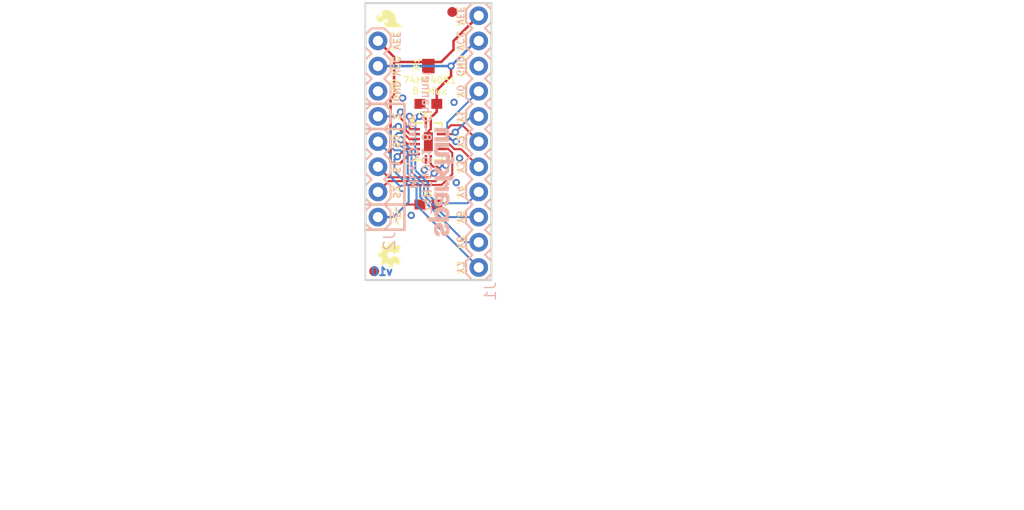
<source format=kicad_pcb>
(kicad_pcb (version 20211014) (generator pcbnew)
  (layers (0 "F.Cu" signal) (31 "B.Cu" signal) (34 "B.Paste" user) (35 "F.Paste" user) (36 "B.SilkS" user "B.Silkscreen") (37 "F.SilkS" user "F.Silkscreen") (38 "B.Mask" user) (39 "F.Mask" user) (44 "Edge.Cuts" user))
  (net 0 "")
  (net 1 "VCC")
  (net 2 "GND")
  (net 3 "Z")
  (net 4 "Y7")
  (net 5 "Y6")
  (net 6 "Y5")
  (net 7 "Y4")
  (net 8 "Y3")
  (net 9 "Y2")
  (net 10 "Y1")
  (net 11 "Y0")
  (net 12 "VEE")
  (net 13 "~{E}")
  (net 14 "S2")
  (net 15 "S0")
  (net 16 "S1")
  (footprint "boardEagle:STAND-OFF" (layer "F.Cu") (at 148.5011 116.4336)
    (fp_text reference "H2" hide)
    (fp_text value "STAND-OFF" hide)
    (pad "" np_thru_hole circle (at 0 0) (size 3.302 3.302) (drill 3.302) (layers *.Cu *.Mask))
  )
  (footprint "boardEagle:DHVQFN-16-2.5X3.5MM" (layer "F.Cu") (at 148.5011 105.0036 -90)
    (fp_text reference "U1" (at -2.413 0) (layer "F.SilkS") (effects (font (size 0.51816 0.51816) (thickness 0.09144)) (justify bottom)))
    (fp_text value "")
    (pad "1" smd rect (at -1.8 0.25 270) (size 0.9 0.24) (layers "F.Cu" "F.Mask") (net 7 "Y4"))
    (pad "2" smd rect (at -1.25 1.3) (size 0.9 0.24) (layers "F.Cu" "F.Mask") (net 5 "Y6"))
    (pad "3" smd rect (at -0.75 1.3) (size 0.9 0.24) (layers "F.Cu" "F.Mask") (net 3 "Z"))
    (pad "4" smd rect (at -0.25 1.3) (size 0.9 0.24) (layers "F.Cu" "F.Mask") (net 4 "Y7"))
    (pad "5" smd rect (at 0.25 1.3) (size 0.9 0.24) (layers "F.Cu" "F.Mask") (net 6 "Y5"))
    (pad "6" smd rect (at 0.75 1.3) (size 0.9 0.24) (layers "F.Cu" "F.Mask") (net 13 "~{E}"))
    (pad "7" smd rect (at 1.25 1.3) (size 0.9 0.24) (layers "F.Cu" "F.Mask") (net 12 "VEE"))
    (pad "8" smd rect (at 1.8 0.25 90) (size 0.9 0.24) (layers "F.Cu" "F.Mask") (net 2 "GND"))
    (pad "9" smd rect (at 1.8 -0.25 90) (size 0.9 0.24) (layers "F.Cu" "F.Mask") (net 14 "S2"))
    (pad "10" smd rect (at 1.25 -1.3 180) (size 0.9 0.24) (layers "F.Cu" "F.Mask") (net 16 "S1"))
    (pad "11" smd rect (at 0.75 -1.3 180) (size 0.9 0.24) (layers "F.Cu" "F.Mask") (net 15 "S0"))
    (pad "12" smd rect (at 0.25 -1.3 180) (size 0.9 0.24) (layers "F.Cu" "F.Mask") (net 8 "Y3"))
    (pad "13" smd rect (at -0.25 -1.3 180) (size 0.9 0.24) (layers "F.Cu" "F.Mask") (net 11 "Y0"))
    (pad "14" smd rect (at -0.75 -1.3 180) (size 0.9 0.24) (layers "F.Cu" "F.Mask") (net 10 "Y1"))
    (pad "15" smd rect (at -1.25 -1.3 180) (size 0.9 0.24) (layers "F.Cu" "F.Mask") (net 9 "Y2"))
    (pad "16" smd rect (at -1.8 -0.25 270) (size 0.9 0.24) (layers "F.Cu" "F.Mask") (net 1 "VCC"))
    (pad "EP" smd rect (at 0 0 270) (size 1.9 0.9) (layers "F.Cu" "F.Mask") (net 1 "VCC"))
  )
  (footprint "boardEagle:0603" (layer "F.Cu") (at 148.5011 111.3536)
    (fp_text reference "R1" (at 0 -0.762) (layer "F.SilkS") (effects (font (size 0.48768 0.48768) (thickness 0.12192)) (justify bottom)))
    (fp_text value "10k")
    (pad "1" smd rect (at -0.85 0) (size 1.1 1) (layers "F.Cu" "F.Paste" "F.Mask") (net 13 "~{E}"))
    (pad "2" smd rect (at 0.85 0) (size 1.1 1) (layers "F.Cu" "F.Paste" "F.Mask") (net 2 "GND"))
  )
  (footprint "boardEagle:FIDUCIAL-1X2" (layer "F.Cu") (at 143.0401 118.0846)
    (fp_text reference "FD1" hide)
    (fp_text value "FIDUCIAL1X2" hide)
    (pad "1" smd roundrect (at 0 0) (size 1 1) (layers "F.Cu" "F.Mask") (roundrect_rratio 0.5))
  )
  (footprint "boardEagle:0603" (layer "F.Cu") (at 148.5011 101.1936 180)
    (fp_text reference "C1" (at 0 -0.762 180) (layer "F.SilkS") (effects (font (size 0.48768 0.48768) (thickness 0.12192)) (justify right top)))
    (fp_text value "0.1uF")
    (pad "1" smd rect (at -0.85 0 180) (size 1.1 1) (layers "F.Cu" "F.Paste" "F.Mask") (net 1 "VCC"))
    (pad "2" smd rect (at 0.85 0 180) (size 1.1 1) (layers "F.Cu" "F.Paste" "F.Mask") (net 2 "GND"))
  )
  (footprint "boardEagle:SFE_LOGO_FLAME_.1" (layer "F.Cu") (at 146.1897 93.7514 90)
    (fp_text reference "LOGO1" hide)
    (fp_text value "SFE_LOGO_FLAME.1_INCH" hide)
  )
  (footprint "boardEagle:STAND-OFF" (layer "F.Cu") (at 148.5011 93.5736)
    (fp_text reference "H1" hide)
    (fp_text value "STAND-OFF" hide)
    (pad "" np_thru_hole circle (at 0 0) (size 3.302 3.302) (drill 3.302) (layers *.Cu *.Mask))
  )
  (footprint "boardEagle:CREATIVE_COMMONS" (layer "F.Cu") (at 125.6411 141.8336)
    (fp_text reference "FRAME1" hide)
    (fp_text value "FRAME-LETTER" hide)
  )
  (footprint "boardEagle:FIDUCIAL-1X2" (layer "F.Cu") (at 150.9141 91.9226)
    (fp_text reference "FD2" hide)
    (fp_text value "FIDUCIAL1X2" hide)
    (pad "1" smd roundrect (at 0 0) (size 1 1) (layers "F.Cu" "F.Mask") (roundrect_rratio 0.5))
  )
  (footprint "boardEagle:OSHW-LOGO-MINI" (layer "F.Cu") (at 144.6911 116.4336 90)
    (fp_text reference "LOGO2" hide)
    (fp_text value "OSHW-LOGOMINI" hide)
  )
  (footprint "boardEagle:PAD-JUMPER-2-NC_BY_PASTE_NO_SILK" (layer "F.Cu") (at 148.5011 97.3836 90)
    (fp_text reference "JP1" (at -0.9525 -1.27 90) (layer "F.SilkS") (effects (font (size 0.373888 0.373888) (thickness 0.032512)) (justify left bottom)))
    (fp_text value "VEE-GND")
    (pad "1" smd rect (at -0.4009 0 270) (size 0.635 1.27) (layers "F.Cu" "F.Mask") (net 2 "GND"))
    (pad "2" smd rect (at 0.4127 0 90) (size 0.635 1.27) (layers "F.Cu" "F.Mask") (net 12 "VEE"))
  )
  (footprint "boardEagle:SFE_LOGO_NAME_.1" (layer "B.Cu") (at 147.8026 115.0366 90)
    (fp_text reference "LOGO3" hide)
    (fp_text value "SFE_LOGO_NAME.1_INCH" hide)
  )
  (footprint "boardEagle:1X08_ROUND" (layer "B.Cu") (at 143.4211 112.6236 90)
    (fp_text reference "J2" (at -1.3462 1.8288 270) (layer "B.SilkS") (effects (font (size 1.143 1.143) (thickness 0.127)) (justify left bottom mirror)))
    (fp_text value "")
    (pad "1" thru_hole circle (at 0 0) (size 1.8796 1.8796) (drill 1.016) (layers *.Cu *.Mask) (net 13 "~{E}"))
    (pad "2" thru_hole circle (at 2.54 0) (size 1.8796 1.8796) (drill 1.016) (layers *.Cu *.Mask) (net 14 "S2"))
    (pad "3" thru_hole circle (at 5.08 0) (size 1.8796 1.8796) (drill 1.016) (layers *.Cu *.Mask) (net 16 "S1"))
    (pad "4" thru_hole circle (at 7.62 0) (size 1.8796 1.8796) (drill 1.016) (layers *.Cu *.Mask) (net 15 "S0"))
    (pad "5" thru_hole circle (at 10.16 0) (size 1.8796 1.8796) (drill 1.016) (layers *.Cu *.Mask) (net 3 "Z"))
    (pad "6" thru_hole circle (at 12.7 0) (size 1.8796 1.8796) (drill 1.016) (layers *.Cu *.Mask) (net 2 "GND"))
    (pad "7" thru_hole circle (at 15.24 0) (size 1.8796 1.8796) (drill 1.016) (layers *.Cu *.Mask) (net 1 "VCC"))
    (pad "8" thru_hole circle (at 17.78 0) (size 1.8796 1.8796) (drill 1.016) (layers *.Cu *.Mask) (net 12 "VEE"))
  )
  (footprint "boardEagle:1X11" (layer "B.Cu") (at 153.5811 117.7036 90)
    (fp_text reference "J1" (at -1.3462 1.8288 270) (layer "B.SilkS") (effects (font (size 1.143 1.143) (thickness 0.127)) (justify left bottom mirror)))
    (fp_text value "")
    (pad "1" thru_hole circle (at 0 0) (size 1.8796 1.8796) (drill 1.016) (layers *.Cu *.Mask) (net 4 "Y7"))
    (pad "2" thru_hole circle (at 2.54 0) (size 1.8796 1.8796) (drill 1.016) (layers *.Cu *.Mask) (net 5 "Y6"))
    (pad "3" thru_hole circle (at 5.08 0) (size 1.8796 1.8796) (drill 1.016) (layers *.Cu *.Mask) (net 6 "Y5"))
    (pad "4" thru_hole circle (at 7.62 0) (size 1.8796 1.8796) (drill 1.016) (layers *.Cu *.Mask) (net 7 "Y4"))
    (pad "5" thru_hole circle (at 10.16 0) (size 1.8796 1.8796) (drill 1.016) (layers *.Cu *.Mask) (net 8 "Y3"))
    (pad "6" thru_hole circle (at 12.7 0) (size 1.8796 1.8796) (drill 1.016) (layers *.Cu *.Mask) (net 9 "Y2"))
    (pad "7" thru_hole circle (at 15.24 0) (size 1.8796 1.8796) (drill 1.016) (layers *.Cu *.Mask) (net 10 "Y1"))
    (pad "8" thru_hole circle (at 17.78 0) (size 1.8796 1.8796) (drill 1.016) (layers *.Cu *.Mask) (net 11 "Y0"))
    (pad "9" thru_hole circle (at 20.32 0) (size 1.8796 1.8796) (drill 1.016) (layers *.Cu *.Mask) (net 2 "GND"))
    (pad "10" thru_hole circle (at 22.86 0) (size 1.8796 1.8796) (drill 1.016) (layers *.Cu *.Mask) (net 1 "VCC"))
    (pad "11" thru_hole circle (at 25.4 0) (size 1.8796 1.8796) (drill 1.016) (layers *.Cu *.Mask) (net 12 "VEE"))
  )
  (gr_line (start 146.0881 113.8936) (end 142.1511 113.8936) (layer "B.SilkS") (width 0.254))
  (gr_line (start 146.0881 103.7336) (end 142.1511 103.7336) (layer "B.SilkS") (width 0.254))
  (gr_line (start 146.0881 101.1936) (end 146.0881 103.7336) (layer "B.SilkS") (width 0.254))
  (gr_line (start 146.0881 113.8936) (end 146.0881 111.3536) (layer "B.SilkS") (width 0.254))
  (gr_line (start 146.0881 103.7336) (end 146.0881 111.3536) (layer "B.SilkS") (width 0.254))
  (gr_line (start 142.1511 101.1936) (end 146.0881 101.1936) (layer "B.SilkS") (width 0.254))
  (gr_line (start 142.1511 111.3536) (end 146.0881 111.3536) (layer "B.SilkS") (width 0.254))
  (gr_line (start 146.0881 101.1936) (end 146.0881 103.7336) (layer "F.SilkS") (width 0.254))
  (gr_line (start 146.0881 111.3536) (end 142.1511 111.3536) (layer "F.SilkS") (width 0.254))
  (gr_line (start 142.1511 113.8936) (end 146.0881 113.8936) (layer "F.SilkS") (width 0.254))
  (gr_line (start 142.1511 101.1936) (end 146.0881 101.1936) (layer "F.SilkS") (width 0.254))
  (gr_line (start 142.1511 103.7336) (end 146.0881 103.7336) (layer "F.SilkS") (width 0.254))
  (gr_line (start 146.0881 113.8936) (end 146.0881 111.3536) (layer "F.SilkS") (width 0.254))
  (gr_line (start 146.0881 103.7336) (end 146.0881 111.3536) (layer "F.SilkS") (width 0.254))
  (gr_line (start 142.1511 91.0336) (end 142.1511 118.9736) (layer "Edge.Cuts") (width 0.2032))
  (gr_line (start 154.8511 118.9736) (end 154.8511 91.0336) (layer "Edge.Cuts") (width 0.2032))
  (gr_line (start 154.8511 91.0336) (end 142.1511 91.0336) (layer "Edge.Cuts") (width 0.2032))
  (gr_line (start 142.1511 118.9736) (end 154.8511 118.9736) (layer "Edge.Cuts") (width 0.2032))
  (gr_text "v10" (at 143.8021 118.5926) (layer "B.Cu") (effects (font (size 0.8128 0.8128) (thickness 0.2032)) (justify bottom mirror)))
  (gr_text "S2" (at 144.8816 110.0836 -90) (layer "B.SilkS") (effects (font (size 0.69088 0.69088) (thickness 0.12192)) (justify bottom mirror)))
  (gr_text "Y2" (at 152.1206 105.0036 -90) (layer "B.SilkS") (effects (font (size 0.69088 0.69088) (thickness 0.12192)) (justify top mirror)))
  (gr_text "Mux/Demux" (at 147.4851 109.8931 -90) (layer "B.SilkS") (effects (font (size 0.8636 0.8636) (thickness 0.1524)) (justify left top mirror)))
  (gr_text "Y0" (at 152.1206 99.9236 -90) (layer "B.SilkS") (effects (font (size 0.69088 0.69088) (thickness 0.12192)) (justify top mirror)))
  (gr_text "GND" (at 152.1206 97.3836 -90) (layer "B.SilkS") (effects (font (size 0.69088 0.69088) (thickness 0.12192)) (justify top mirror)))
  (gr_text "Y1" (at 152.1206 102.4636 -90) (layer "B.SilkS") (effects (font (size 0.69088 0.69088) (thickness 0.12192)) (justify top mirror)))
  (gr_text "74HC4051 8-Channel" (at 148.8186 112.4331 -90) (layer "B.SilkS") (effects (font (size 0.8636 0.8636) (thickness 0.1524)) (justify left top mirror)))
  (gr_text "Z" (at 144.8816 102.4636 -90) (layer "B.SilkS") (effects (font (size 0.69088 0.69088) (thickness 0.12192)) (justify bottom mirror)))
  (gr_text "GND" (at 144.8816 99.9236 -90) (layer "B.SilkS") (effects (font (size 0.69088 0.69088) (thickness 0.12192)) (justify bottom mirror)))
  (gr_text "Y5" (at 152.1206 112.6236 -90) (layer "B.SilkS") (effects (font (size 0.69088 0.69088) (thickness 0.12192)) (justify top mirror)))
  (gr_text "Y7" (at 152.1206 117.7036 -90) (layer "B.SilkS") (effects (font (size 0.69088 0.69088) (thickness 0.12192)) (justify top mirror)))
  (gr_text "VCC" (at 152.1206 94.8436 -90) (layer "B.SilkS") (effects (font (size 0.69088 0.69088) (thickness 0.12192)) (justify top mirror)))
  (gr_text "Y6" (at 152.1206 115.1636 -90) (layer "B.SilkS") (effects (font (size 0.69088 0.69088) (thickness 0.12192)) (justify top mirror)))
  (gr_text "S0" (at 144.8816 105.0036 -90) (layer "B.SilkS") (effects (font (size 0.69088 0.69088) (thickness 0.12192)) (justify bottom mirror)))
  (gr_text "VEE" (at 144.8816 94.8436 -90) (layer "B.SilkS") (effects (font (size 0.69088 0.69088) (thickness 0.12192)) (justify bottom mirror)))
  (gr_text "VCC" (at 144.8816 97.3836 -90) (layer "B.SilkS") (effects (font (size 0.69088 0.69088) (thickness 0.12192)) (justify bottom mirror)))
  (gr_text "Y3" (at 152.1206 107.5436 -90) (layer "B.SilkS") (effects (font (size 0.69088 0.69088) (thickness 0.12192)) (justify top mirror)))
  (gr_text "~E~" (at 144.8816 112.3696 -90) (layer "B.SilkS") (effects (font (size 0.69088 0.69088) (thickness 0.12192)) (justify bottom mirror)))
  (gr_text "S1" (at 144.8816 107.5436 -90) (layer "B.SilkS") (effects (font (size 0.69088 0.69088) (thickness 0.12192)) (justify bottom mirror)))
  (gr_text "Y4" (at 152.1206 110.0836 -90) (layer "B.SilkS") (effects (font (size 0.69088 0.69088) (thickness 0.12192)) (justify top mirror)))
  (gr_text "VEE" (at 152.1206 92.3036 -90) (layer "B.SilkS") (effects (font (size 0.69088 0.69088) (thickness 0.12192)) (justify top mirror)))
  (gr_text "Y1" (at 152.3111 102.4636 90) (layer "F.SilkS") (effects (font (size 0.75565 0.75565) (thickness 0.13335)) (justify bottom)))
  (gr_text "JP1" (at 147.6121 97.2566 90) (layer "F.SilkS") (effects (font (size 0.48768 0.48768) (thickness 0.12192)) (justify bottom)))
  (gr_text "Y6" (at 152.3111 115.1636 90) (layer "F.SilkS") (effects (font (size 0.75565 0.75565) (thickness 0.13335)) (justify bottom)))
  (gr_text "Y4" (at 152.3111 110.0836 90) (layer "F.SilkS") (effects (font (size 0.75565 0.75565) (thickness 0.13335)) (justify bottom)))
  (gr_text "S2" (at 144.6911 110.0836 90) (layer "F.SilkS") (effects (font (size 0.75565 0.75565) (thickness 0.13335)) (justify top)))
  (gr_text "Y2" (at 152.3111 105.0036 90) (layer "F.SilkS") (effects (font (size 0.75565 0.75565) (thickness 0.13335)) (justify bottom)))
  (gr_text "~E~" (at 144.9451 112.6236 90) (layer "F.SilkS") (effects (font (size 0.75565 0.75565) (thickness 0.13335)) (justify top)))
  (gr_text "GND" (at 144.6911 99.7966 90) (layer "F.SilkS") (effects (font (size 0.75565 0.75565) (thickness 0.13335)) (justify top)))
  (gr_text "VEE" (at 152.3111 92.3036 90) (layer "F.SilkS") (effects (font (size 0.75565 0.75565) (thickness 0.13335)) (justify bottom)))
  (gr_text "Y0" (at 152.3111 99.9236 90) (layer "F.SilkS") (effects (font (size 0.75565 0.75565) (thickness 0.13335)) (justify bottom)))
  (gr_text "VCC" (at 144.6911 97.3836 90) (layer "F.SilkS") (effects (font (size 0.75565 0.75565) (thickness 0.13335)) (justify top)))
  (gr_text "VCC" (at 152.3111 94.8436 90) (layer "F.SilkS") (effects (font (size 0.75565 0.75565) (thickness 0.13335)) (justify bottom)))
  (gr_text "GND" (at 152.3111 97.3836 90) (layer "F.SilkS") (effects (font (size 0.75565 0.75565) (thickness 0.13335)) (justify bottom)))
  (gr_text "VEE" (at 144.6911 94.8436 90) (layer "F.SilkS") (effects (font (size 0.75565 0.75565) (thickness 0.13335)) (justify top)))
  (gr_text "Y7" (at 152.3111 117.7036 90) (layer "F.SilkS") (effects (font (size 0.75565 0.75565) (thickness 0.13335)) (justify bottom)))
  (gr_text "S0" (at 144.6911 105.0036 90) (layer "F.SilkS") (effects (font (size 0.75565 0.75565) (thickness 0.13335)) (justify top)))
  (gr_text "S1" (at 144.6911 107.5436 90) (layer "F.SilkS") (effects (font (size 0.75565 0.75565) (thickness 0.13335)) (justify top)))
  (gr_text "Y5" (at 152.3111 112.6236 90) (layer "F.SilkS") (effects (font (size 0.75565 0.75565) (thickness 0.13335)) (justify bottom)))
  (gr_text "Y3" (at 152.3111 107.5436 90) (layer "F.SilkS") (effects (font (size 0.75565 0.75565) (thickness 0.13335)) (justify bottom)))
  (gr_text "Z" (at 144.6911 102.4636 90) (layer "F.SilkS") (effects (font (size 0.75565 0.75565) (thickness 0.13335)) (justify top)))
  (gr_text "74HC4051\n8-Mux" (at 148.6281 98.3996) (layer "F.SilkS") (effects (font (size 0.69088 0.69088) (thickness 0.12192)) (justify top)))
  (segment (start 148.7551 103.7336) (end 148.7551 103.2076) (width 0.2286) (layer "F.Cu") (net 1))
  (segment (start 149.3511 101.1936) (end 149.3511 99.8356) (width 0.254) (layer "F.Cu") (net 1))
  (segment (start 150.7871 98.3996) (end 149.3511 99.8356) (width 0.254) (layer "F.Cu") (net 1))
  (segment (start 148.7551 103.2076) (end 148.7511 103.2036) (width 0.2032) (layer "F.Cu") (net 1))
  (segment (start 149.3511 101.9906) (end 149.3511 101.1936) (width 0.254) (layer "F.Cu") (net 1))
  (segment (start 148.5011 103.9876) (end 148.7551 103.7336) (width 0.2286) (layer "F.Cu") (net 1))
  (segment (start 150.7871 97.3836) (end 150.7871 98.3996) (width 0.254) (layer "F.Cu") (net 1))
  (segment (start 148.7511 103.2036) (end 148.7511 102.5906) (width 0.2286) (layer "F.Cu") (net 1))
  (segment (start 148.7511 102.5906) (end 149.3511 101.9906) (width 0.254) (layer "F.Cu") (net 1))
  (segment (start 148.5011 105.0036) (end 148.5011 103.9876) (width 0.2286) (layer "F.Cu") (net 1))
  (via (at 150.7871 97.3836) (size 0.7366) (drill 0.381) (layers "F.Cu" "B.Cu") (net 1))
  (segment (start 153.3271 94.8436) (end 150.7871 97.3836) (width 0.254) (layer "B.Cu") (net 1))
  (segment (start 153.3271 94.8436) (end 153.5811 94.8436) (width 0.254) (layer "B.Cu") (net 1))
  (segment (start 143.4211 97.3836) (end 150.7871 97.3836) (width 0.254) (layer "B.Cu") (net 1))
  (via (at 151.0919 101.0412) (size 0.7366) (drill 0.381) (layers "F.Cu" "B.Cu") (net 2))
  (via (at 151.6507 106.68) (size 0.7366) (drill 0.381) (layers "F.Cu" "B.Cu") (net 2))
  (via (at 146.7739 112.4458) (size 0.7366) (drill 0.381) (layers "F.Cu" "B.Cu") (net 2))
  (via (at 148.0947 107.8738) (size 0.7366) (drill 0.381) (layers "F.Cu" "B.Cu") (net 2))
  (via (at 151.3205 109.1438) (size 0.7366) (drill 0.381) (layers "F.Cu" "B.Cu") (net 2))
  (via (at 145.9103 100.6094) (size 0.7366) (drill 0.381) (layers "F.Cu" "B.Cu") (net 2))
  (segment (start 146.2151 103.1621) (end 145.6944 102.6414) (width 0.2032) (layer "F.Cu") (net 3))
  (segment (start 145.6944 102.6414) (end 145.6944 102.0191) (width 0.2032) (layer "F.Cu") (net 3))
  (segment (start 146.2151 103.8352) (end 146.2151 103.1621) (width 0.2032) (layer "F.Cu") (net 3))
  (segment (start 146.6335 104.2536) (end 146.2151 103.8352) (width 0.2032) (layer "F.Cu") (net 3))
  (segment (start 147.2011 104.2536) (end 146.6335 104.2536) (width 0.2032) (layer "F.Cu") (net 3))
  (via (at 145.6944 102.0191) (size 0.7366) (drill 0.381) (layers "F.Cu" "B.Cu") (net 3))
  (segment (start 143.4211 102.4636) (end 145.2499 102.4636) (width 0.2032) (layer "B.Cu") (net 3))
  (segment (start 145.6944 102.0191) (end 145.2499 102.4636) (width 0.2032) (layer "B.Cu") (net 3))
  (segment (start 145.4785 103.4796) (end 145.4785 103.6447) (width 0.2032) (layer "F.Cu") (net 4))
  (segment (start 146.5874 104.7536) (end 145.4785 103.6447) (width 0.2032) (layer "F.Cu") (net 4))
  (segment (start 147.2011 104.7536) (end 146.5874 104.7536) (width 0.2032) (layer "F.Cu") (net 4))
  (via (at 145.4785 103.4796) (size 0.7366) (drill 0.381) (layers "F.Cu" "B.Cu") (net 4))
  (segment (start 146.0373 106.2482) (end 145.669 105.8799) (width 0.2032) (layer "B.Cu") (net 4))
  (segment (start 153.5811 117.7036) (end 147.3073 111.4298) (width 0.2032) (layer "B.Cu") (net 4))
  (segment (start 145.669 105.8799) (end 145.0848 105.8799) (width 0.2032) (layer "B.Cu") (net 4))
  (segment (start 146.0373 108.4072) (end 147.3073 109.6772) (width 0.2032) (layer "B.Cu") (net 4))
  (segment (start 145.4785 103.4796) (end 145.0721 103.4796) (width 0.2032) (layer "B.Cu") (net 4))
  (segment (start 145.0848 105.8799) (end 144.6911 105.4862) (width 0.2032) (layer "B.Cu") (net 4))
  (segment (start 144.6911 105.4862) (end 144.6911 103.8606) (width 0.2032) (layer "B.Cu") (net 4))
  (segment (start 146.0373 106.2482) (end 146.0373 108.4072) (width 0.2032) (layer "B.Cu") (net 4))
  (segment (start 144.6911 103.8606) (end 145.0721 103.4796) (width 0.2032) (layer "B.Cu") (net 4))
  (segment (start 147.3073 111.4298) (end 147.3073 109.6772) (width 0.2032) (layer "B.Cu") (net 4))
  (segment (start 147.2011 103.7536) (end 146.6923 103.7536) (width 0.2032) (layer "F.Cu") (net 5))
  (segment (start 146.6923 103.7536) (end 146.5961 103.6574) (width 0.2032) (layer "F.Cu") (net 5))
  (segment (start 146.5961 103.6574) (end 146.5961 102.4636) (width 0.2032) (layer "F.Cu") (net 5))
  (via (at 146.5961 102.4636) (size 0.7366) (drill 0.381) (layers "F.Cu" "B.Cu") (net 5))
  (segment (start 145.7579 104.14) (end 146.5961 103.3018) (width 0.2032) (layer "B.Cu") (net 5))
  (segment (start 147.6883 109.4994) (end 147.6883 110.617) (width 0.2032) (layer "B.Cu") (net 5))
  (segment (start 146.5961 103.3018) (end 146.5961 102.4636) (width 0.2032) (layer "B.Cu") (net 5))
  (segment (start 145.3261 105.4735) (end 145.8341 105.4735) (width 0.2032) (layer "B.Cu") (net 5))
  (segment (start 146.4183 108.2294) (end 147.6883 109.4994) (width 0.2032) (layer "B.Cu") (net 5))
  (segment (start 145.8341 105.4735) (end 146.4183 106.0577) (width 0.2032) (layer "B.Cu") (net 5))
  (segment (start 146.4183 106.0577) (end 146.4183 108.2294) (width 0.2032) (layer "B.Cu") (net 5))
  (segment (start 152.2349 115.1636) (end 153.5811 115.1636) (width 0.2032) (layer "B.Cu") (net 5))
  (segment (start 145.0721 104.4702) (end 145.0721 105.2195) (width 0.2032) (layer "B.Cu") (net 5))
  (segment (start 145.4023 104.14) (end 145.7579 104.14) (width 0.2032) (layer "B.Cu") (net 5))
  (segment (start 145.0721 105.2195) (end 145.3261 105.4735) (width 0.2032) (layer "B.Cu") (net 5))
  (segment (start 147.6883 110.617) (end 152.2349 115.1636) (width 0.2032) (layer "B.Cu") (net 5))
  (segment (start 145.4023 104.14) (end 145.0721 104.4702) (width 0.2032) (layer "B.Cu") (net 5))
  (segment (start 146.4143 105.2536) (end 147.2011 105.2536) (width 0.2032) (layer "F.Cu") (net 6))
  (segment (start 145.7325 104.8258) (end 145.9865 104.8258) (width 0.2032) (layer "F.Cu") (net 6))
  (segment (start 146.4143 105.2536) (end 145.9865 104.8258) (width 0.2032) (layer "F.Cu") (net 6))
  (via (at 145.7325 104.8258) (size 0.7366) (drill 0.381) (layers "F.Cu" "B.Cu") (net 6))
  (segment (start 146.7993 105.8926) (end 145.7325 104.8258) (width 0.2032) (layer "B.Cu") (net 6))
  (segment (start 153.5811 112.6236) (end 150.241 112.6236) (width 0.2032) (layer "B.Cu") (net 6))
  (segment (start 148.0693 110.4519) (end 150.241 112.6236) (width 0.2032) (layer "B.Cu") (net 6))
  (segment (start 148.0693 109.3343) (end 148.0693 110.4519) (width 0.2032) (layer "B.Cu") (net 6))
  (segment (start 146.7993 108.0643) (end 148.0693 109.3343) (width 0.2032) (layer "B.Cu") (net 6))
  (segment (start 146.7993 105.8926) (end 146.7993 108.0643) (width 0.2032) (layer "B.Cu") (net 6))
  (segment (start 148.2511 102.6454) (end 148.2511 103.2036) (width 0.2032) (layer "F.Cu") (net 7))
  (segment (start 148.0693 102.4636) (end 147.6121 102.4636) (width 0.2032) (layer "F.Cu") (net 7))
  (segment (start 148.2511 102.6454) (end 148.0693 102.4636) (width 0.2032) (layer "F.Cu") (net 7))
  (via (at 147.6121 102.4636) (size 0.7366) (drill 0.381) (layers "F.Cu" "B.Cu") (net 7))
  (segment (start 149.3901 111.2266) (end 152.4381 111.2266) (width 0.2032) (layer "B.Cu") (net 7))
  (segment (start 147.1803 102.8954) (end 147.1803 107.8992) (width 0.2032) (layer "B.Cu") (net 7))
  (segment (start 148.4503 109.1692) (end 148.4503 110.2868) (width 0.2032) (layer "B.Cu") (net 7))
  (segment (start 152.4381 111.2266) (end 153.5811 110.0836) (width 0.2032) (layer "B.Cu") (net 7))
  (segment (start 147.1803 107.8992) (end 148.4503 109.1692) (width 0.2032) (layer "B.Cu") (net 7))
  (segment (start 148.4503 110.2868) (end 149.3901 111.2266) (width 0.2032) (layer "B.Cu") (net 7))
  (segment (start 147.6121 102.4636) (end 147.1803 102.8954) (width 0.2032) (layer "B.Cu") (net 7))
  (segment (start 150.6053 105.2536) (end 151.1173 105.7656) (width 0.2032) (layer "F.Cu") (net 8))
  (segment (start 150.6053 105.2536) (end 149.8011 105.2536) (width 0.2032) (layer "F.Cu") (net 8))
  (segment (start 151.8031 105.7656) (end 153.5811 107.5436) (width 0.2032) (layer "F.Cu") (net 8))
  (segment (start 151.1173 105.7656) (end 151.8031 105.7656) (width 0.2032) (layer "F.Cu") (net 8))
  (segment (start 150.3861 103.7536) (end 150.7871 103.3526) (width 0.2032) (layer "F.Cu") (net 9))
  (segment (start 150.7871 103.3526) (end 151.9301 103.3526) (width 0.2032) (layer "F.Cu") (net 9))
  (segment (start 149.8011 103.7536) (end 150.3861 103.7536) (width 0.2032) (layer "F.Cu") (net 9))
  (segment (start 151.9301 103.3526) (end 153.5811 105.0036) (width 0.2032) (layer "F.Cu") (net 9))
  (segment (start 149.8011 104.2536) (end 151.0291 104.2536) (width 0.2032) (layer "F.Cu") (net 10))
  (segment (start 151.0291 104.2536) (end 151.2189 104.0638) (width 0.2032) (layer "F.Cu") (net 10))
  (via (at 151.2189 104.0638) (size 0.7366) (drill 0.381) (layers "F.Cu" "B.Cu") (net 10))
  (segment (start 151.2189 104.0638) (end 152.8191 102.4636) (width 0.2032) (layer "B.Cu") (net 10))
  (segment (start 152.8191 102.4636) (end 153.5811 102.4636) (width 0.2032) (layer "B.Cu") (net 10))
  (segment (start 151.0451 105.0076) (end 150.7911 104.7536) (width 0.2032) (layer "F.Cu") (net 11))
  (segment (start 151.2991 105.0076) (end 151.0451 105.0076) (width 0.2032) (layer "F.Cu") (net 11))
  (segment (start 150.7911 104.7536) (end 149.8011 104.7536) (width 0.2032) (layer "F.Cu") (net 11))
  (via (at 151.2991 105.0076) (size 0.7366) (drill 0.381) (layers "F.Cu" "B.Cu") (net 11))
  (segment (start 150.4061 104.3686) (end 150.4061 103.0986) (width 0.2032) (layer "B.Cu") (net 11))
  (segment (start 151.2991 105.0076) (end 151.0451 105.0076) (width 0.2032) (layer "B.Cu") (net 11))
  (segment (start 151.0451 105.0076) (end 150.4061 104.3686) (width 0.2032) (layer "B.Cu") (net 11))
  (segment (start 150.4061 103.0986) (end 153.5811 99.9236) (width 0.2032) (layer "B.Cu") (net 11))
  (segment (start 145.0467 96.9709) (end 145.0467 96.4692) (width 0.254) (layer "F.Cu") (net 12))
  (segment (start 148.5011 96.9709) (end 149.8028 96.9709) (width 0.254) (layer "F.Cu") (net 12))
  (segment (start 151.0411 95.7326) (end 151.0411 94.8436) (width 0.254) (layer "F.Cu") (net 12))
  (segment (start 147.2011 106.2536) (end 146.6161 106.2536) (width 0.2286) (layer "F.Cu") (net 12))
  (segment (start 145.0467 96.4692) (end 143.4211 94.8436) (width 0.254) (layer "F.Cu") (net 12))
  (segment (start 144.8689 107.2134) (end 144.6911 107.0356) (width 0.254) (layer "F.Cu") (net 12))
  (segment (start 148.5011 96.9709) (end 145.0467 96.9709) (width 0.254) (layer "F.Cu") (net 12))
  (segment (start 144.6911 107.0356) (end 144.6911 100.7364) (width 0.254) (layer "F.Cu") (net 12))
  (segment (start 146.6161 106.2536) (end 145.6563 107.2134) (width 0.254) (layer "F.Cu") (net 12))
  (segment (start 145.6563 107.2134) (end 144.8689 107.2134) (width 0.254) (layer "F.Cu") (net 12))
  (segment (start 145.0467 100.3808) (end 145.0467 96.9709) (width 0.254) (layer "F.Cu") (net 12))
  (segment (start 149.8028 96.9709) (end 151.0411 95.7326) (width 0.254) (layer "F.Cu") (net 12))
  (segment (start 144.6911 100.7364) (end 145.0467 100.3808) (width 0.254) (layer "F.Cu") (net 12))
  (segment (start 151.0411 94.8436) (end 153.5811 92.3036) (width 0.254) (layer "F.Cu") (net 12))
  (segment (start 147.2011 105.7536) (end 146.1509 105.7536) (width 0.2032) (layer "F.Cu") (net 13))
  (segment (start 143.4211 112.6236) (end 144.9959 112.6236) (width 0.2032) (layer "F.Cu") (net 13))
  (segment (start 145.3769 106.5276) (end 146.1509 105.7536) (width 0.2032) (layer "F.Cu") (net 13))
  (segment (start 146.2659 111.3536) (end 147.6511 111.3536) (width 0.2032) (layer "F.Cu") (net 13))
  (segment (start 144.9959 112.6236) (end 146.2659 111.3536) (width 0.2032) (layer "F.Cu") (net 13))
  (via (at 145.3769 106.5276) (size 0.7366) (drill 0.381) (layers "F.Cu" "B.Cu") (net 13))
  (segment (start 145.0721 106.8324) (end 145.0721 108.0008) (width 0.2032) (layer "B.Cu") (net 13))
  (segment (start 145.3769 106.5276) (end 145.0721 106.8324) (width 0.2032) (layer "B.Cu") (net 13))
  (segment (start 145.0721 108.0008) (end 146.5199 109.4486) (width 0.2032) (layer "B.Cu") (net 13))
  (segment (start 146.5199 109.4486) (end 146.5199 111.0996) (width 0.2032) (layer "B.Cu") (net 13))
  (segment (start 146.5199 111.0996) (end 144.9959 112.6236) (width 0.2032) (layer "B.Cu") (net 13))
  (segment (start 143.4211 112.6236) (end 144.9959 112.6236) (width 0.2032) (layer "B.Cu") (net 13))
  (segment (start 149.2377 108.9914) (end 149.7711 108.458) (width 0.2032) (layer "F.Cu") (net 14))
  (segment (start 148.7511 107.2856) (end 149.0091 107.5436) (width 0.2032) (layer "F.Cu") (net 14))
  (segment (start 148.7511 106.8036) (end 148.7511 107.2856) (width 0.2032) (layer "F.Cu") (net 14))
  (segment (start 149.7711 107.9246) (end 149.7711 108.458) (width 0.2032) (layer "F.Cu") (net 14))
  (segment (start 149.3901 107.5436) (end 149.7711 107.9246) (width 0.2032) (layer "F.Cu") (net 14))
  (segment (start 144.5133 108.9914) (end 143.4211 110.0836) (width 0.2032) (layer "F.Cu") (net 14))
  (segment (start 144.5133 108.9914) (end 149.2377 108.9914) (width 0.2032) (layer "F.Cu") (net 14))
  (segment (start 149.0091 107.5436) (end 149.3901 107.5436) (width 0.2032) (layer "F.Cu") (net 14))
  (segment (start 150.5211 105.7536) (end 150.9141 106.1466) (width 0.2032) (layer "F.Cu") (net 15))
  (segment (start 149.8011 105.7536) (end 150.5211 105.7536) (width 0.2032) (layer "F.Cu") (net 15))
  (segment (start 146.2151 109.3724) (end 149.8473 109.3724) (width 0.2032) (layer "F.Cu") (net 15))
  (segment (start 150.9141 108.3056) (end 150.9141 106.1466) (width 0.2032) (layer "F.Cu") (net 15))
  (segment (start 145.8595 109.728) (end 146.2151 109.3724) (width 0.2032) (layer "F.Cu") (net 15))
  (segment (start 149.8473 109.3724) (end 150.9141 108.3056) (width 0.2032) (layer "F.Cu") (net 15))
  (via (at 145.8595 109.728) (size 0.7366) (drill 0.381) (layers "F.Cu" "B.Cu") (net 15))
  (segment (start 144.6911 108.5596) (end 145.8595 109.728) (width 0.2032) (layer "B.Cu") (net 15))
  (segment (start 144.6911 106.2736) (end 144.6911 108.5596) (width 0.2032) (layer "B.Cu") (net 15))
  (segment (start 143.4211 105.0036) (end 144.6911 106.2736) (width 0.2032) (layer "B.Cu") (net 15))
  (segment (start 148.6789 108.6104) (end 144.4879 108.6104) (width 0.2032) (layer "F.Cu") (net 16))
  (segment (start 149.8011 106.2536) (end 150.3861 106.2536) (width 0.2032) (layer "F.Cu") (net 16))
  (segment (start 144.4879 108.6104) (end 143.4211 107.5436) (width 0.2032) (layer "F.Cu") (net 16))
  (segment (start 150.5331 107.1118) (end 150.2537 107.3912) (width 0.2032) (layer "F.Cu") (net 16))
  (segment (start 150.3861 106.2536) (end 150.5331 106.4006) (width 0.2032) (layer "F.Cu") (net 16))
  (segment (start 149.0853 108.204) (end 148.6789 108.6104) (width 0.2032) (layer "F.Cu") (net 16))
  (segment (start 150.5331 106.4006) (end 150.5331 107.1118) (width 0.2032) (layer "F.Cu") (net 16))
  (via (at 150.2537 107.3912) (size 0.7366) (drill 0.381) (layers "F.Cu" "B.Cu") (net 16))
  (via (at 149.0853 108.204) (size 0.7366) (drill 0.381) (layers "F.Cu" "B.Cu") (net 16))
  (segment (start 149.8981 107.3912) (end 149.0853 108.204) (width 0.2032) (layer "B.Cu") (net 16))
  (segment (start 150.2537 107.3912) (end 149.8981 107.3912) (width 0.2032) (layer "B.Cu") (net 16))
)
</source>
